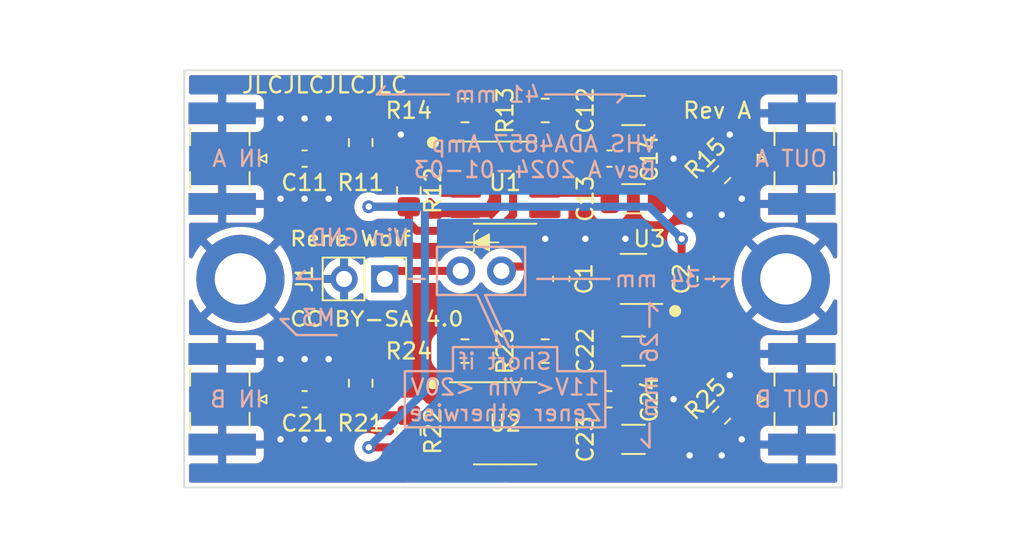
<source format=kicad_pcb>
(kicad_pcb (version 20221018) (generator pcbnew)
  (title_block (title "VHS ADA4857 Amp") (date "2024-01-03") (rev "A") (company "Rene Wolf") (comment 1 "CC BY-SA 4.0"))
  (layers (0 "F.Cu" signal) (31 "B.Cu" signal) (34 "B.Paste" user) (35 "F.Paste" user) (36 "B.SilkS" user "B.Silkscreen") (37 "F.SilkS" user "F.Silkscreen") (38 "B.Mask" user) (39 "F.Mask" user) (44 "Edge.Cuts" user))
  (net 0 "")
  (net 1 "GND")
  (net 2 "Net-(J11-In)")
  (net 3 "Net-(U1-+IN)")
  (net 4 "Net-(C12-Pad1)")
  (net 5 "Net-(C13-Pad1)")
  (net 6 "Net-(U1-OUT)")
  (net 7 "Net-(J21-In)")
  (net 8 "Net-(U2-+IN)")
  (net 9 "Net-(C22-Pad1)")
  (net 10 "Net-(C23-Pad1)")
  (net 11 "Net-(U2-OUT)")
  (net 12 "Net-(J1-Pin_1)")
  (net 13 "Net-(J12-In)")
  (net 14 "Net-(J22-In)")
  (net 15 "Net-(U1--IN)")
  (net 16 "Net-(U1-FB)")
  (net 17 "Net-(U2--IN)")
  (net 18 "Net-(U2-FB)")
  (net 21 "/vss")
  (net 22 "Net-(J2-Pin_2)")
  (footprint "Capacitor_SMD:C_0603_1608Metric" (layer "F.Cu") (at 110.5 90)
    (fp_text reference "C11" (at 0 1.5) (layer "F.SilkS"))
    (fp_text value "10uf")
    (fp_line (start -0.14058 -0.51) (end 0.14058 -0.51) (stroke (width 0.12)) (layer "F.SilkS"))
    (fp_line (start -0.14058 0.51) (end 0.14058 0.51) (stroke (width 0.12)) (layer "F.SilkS"))
    (pad "1" smd roundrect (at -0.775 0) (size 0.9 0.95) (layers "F.Cu" "F.Paste" "F.Mask") (net 2 "Net-(J11-In)"))
    (pad "2" smd roundrect (at 0.775 0) (size 0.9 0.95) (layers "F.Cu" "F.Paste" "F.Mask") (net 3 "Net-(U1-+IN)"))
  )
  (footprint "Package_TO_SOT_SMD:SOT-23-3" (layer "F.Cu") (at 131 97.5 180)
    (fp_text reference "U3" (at -1 2.5) (layer "F.SilkS"))
    (fp_text value "DS8604-A0S3")
    (fp_line (start 0 -1.56) (end -1.8 -1.56) (stroke (width 0.12)) (layer "F.SilkS"))
    (fp_line (start 0 -1.56) (end 0.8 -1.56) (stroke (width 0.12)) (layer "F.SilkS"))
    (fp_line (start 0 1.56) (end -0.8 1.56) (stroke (width 0.12)) (layer "F.SilkS"))
    (fp_line (start 0 1.56) (end 0.8 1.56) (stroke (width 0.12)) (layer "F.SilkS"))
    (pad "1" smd roundrect (at -1.1375 -0.95 180) (size 1.325 0.6) (layers "F.Cu" "F.Paste" "F.Mask") (net 1 "GND"))
    (pad "2" smd roundrect (at -1.1375 0.95 180) (size 1.325 0.6) (layers "F.Cu" "F.Paste" "F.Mask") (net 21 "/vss"))
    (pad "3" smd roundrect (at 1.1375 0 180) (size 1.325 0.6) (layers "F.Cu" "F.Paste" "F.Mask") (net 22 "Net-(J2-Pin_2)"))
  )
  (footprint "Resistor_SMD:R_0805_2012Metric_Pad1.20x1.40mm_HandSolder" (layer "F.Cu") (at 120.5 102 180)
    (fp_text reference "R24" (at 3.5 0 180) (layer "F.SilkS"))
    (fp_text value "50k")
    (fp_line (start -0.227064 -0.735) (end 0.227064 -0.735) (stroke (width 0.12)) (layer "F.SilkS"))
    (fp_line (start -0.227064 0.735) (end 0.227064 0.735) (stroke (width 0.12)) (layer "F.SilkS"))
    (pad "1" smd roundrect (at -1 0 180) (size 1.2 1.4) (layers "F.Cu" "F.Paste" "F.Mask") (roundrect_rratio 0.2083333333) (net 17 "Net-(U2--IN)"))
    (pad "2" smd roundrect (at 1 0 180) (size 1.2 1.4) (layers "F.Cu" "F.Paste" "F.Mask") (roundrect_rratio 0.2083333333) (net 18 "Net-(U2-FB)"))
  )
  (footprint "Resistor_SMD:R_0805_2012Metric_Pad1.20x1.40mm_HandSolder" (layer "F.Cu") (at 125.5 87 180)
    (fp_text reference "R13" (at 2.5 0 90) (layer "F.SilkS"))
    (fp_text value "50k")
    (fp_line (start -0.227064 -0.735) (end 0.227064 -0.735) (stroke (width 0.12)) (layer "F.SilkS"))
    (fp_line (start -0.227064 0.735) (end 0.227064 0.735) (stroke (width 0.12)) (layer "F.SilkS"))
    (pad "1" smd roundrect (at -1 0 180) (size 1.2 1.4) (layers "F.Cu" "F.Paste" "F.Mask") (roundrect_rratio 0.2083333333) (net 4 "Net-(C12-Pad1)"))
    (pad "2" smd roundrect (at 1 0 180) (size 1.2 1.4) (layers "F.Cu" "F.Paste" "F.Mask") (roundrect_rratio 0.2083333333) (net 15 "Net-(U1--IN)"))
  )
  (footprint "MountingHole:MountingHole_3.2mm_M3_ISO14580_Pad" (layer "F.Cu") (at 140.5 97.5)
    (fp_text reference "H2" hide)
    (fp_text value "MountingHole_Pad")
    (pad "1" thru_hole circle (at 0 0) (size 5.5 5.5) (drill 3.2) (layers "*.Cu" "*.Mask") (net 1 "GND"))
  )
  (footprint "Resistor_SMD:R_0805_2012Metric_Pad1.20x1.40mm_HandSolder" (layer "F.Cu") (at 125.5 102 180)
    (fp_text reference "R23" (at 2.5 0 90) (layer "F.SilkS"))
    (fp_text value "50k")
    (fp_line (start -0.227064 -0.735) (end 0.227064 -0.735) (stroke (width 0.12)) (layer "F.SilkS"))
    (fp_line (start -0.227064 0.735) (end 0.227064 0.735) (stroke (width 0.12)) (layer "F.SilkS"))
    (pad "1" smd roundrect (at -1 0 180) (size 1.2 1.4) (layers "F.Cu" "F.Paste" "F.Mask") (roundrect_rratio 0.2083333333) (net 9 "Net-(C22-Pad1)"))
    (pad "2" smd roundrect (at 1 0 180) (size 1.2 1.4) (layers "F.Cu" "F.Paste" "F.Mask") (roundrect_rratio 0.2083333333) (net 17 "Net-(U2--IN)"))
  )
  (footprint "Resistor_SMD:R_0805_2012Metric_Pad1.20x1.40mm_HandSolder" (layer "F.Cu") (at 117 92 90)
    (fp_text reference "R12" (at 0 1.5 270) (layer "F.SilkS"))
    (fp_text value "50k")
    (fp_line (start -0.227064 -0.735) (end 0.227064 -0.735) (stroke (width 0.12)) (layer "F.SilkS"))
    (fp_line (start -0.227064 0.735) (end 0.227064 0.735) (stroke (width 0.12)) (layer "F.SilkS"))
    (pad "1" smd roundrect (at -1 0 90) (size 1.2 1.4) (layers "F.Cu" "F.Paste" "F.Mask") (roundrect_rratio 0.2083333333) (net 21 "/vss"))
    (pad "2" smd roundrect (at 1 0 90) (size 1.2 1.4) (layers "F.Cu" "F.Paste" "F.Mask") (roundrect_rratio 0.2083333333) (net 3 "Net-(U1-+IN)"))
  )
  (footprint "Connector_PinHeader_2.54mm:PinHeader_1x02_P2.54mm_Vertical" (layer "F.Cu") (at 115.5 97.5 -90)
    (fp_text reference "J1" (at 0 5 -90) (layer "F.SilkS"))
    (fp_text value "Conn_01x02_Pin")
    (fp_line (start -1.33 -1.33) (end 0 -1.33) (stroke (width 0.12)) (layer "F.SilkS"))
    (fp_line (start -1.33 0) (end -1.33 -1.33) (stroke (width 0.12)) (layer "F.SilkS"))
    (fp_line (start -1.33 1.27) (end -1.33 3.87) (stroke (width 0.12)) (layer "F.SilkS"))
    (fp_line (start -1.33 1.27) (end 1.33 1.27) (stroke (width 0.12)) (layer "F.SilkS"))
    (fp_line (start -1.33 3.87) (end 1.33 3.87) (stroke (width 0.12)) (layer "F.SilkS"))
    (fp_line (start 1.33 1.27) (end 1.33 3.87) (stroke (width 0.12)) (layer "F.SilkS"))
    (pad "1" thru_hole rect (at 0 0 270) (size 1.7 1.7) (drill 1) (layers "*.Cu" "*.Mask") (net 12 "Net-(J1-Pin_1)"))
    (pad "2" thru_hole oval (at 0 2.54 270) (size 1.7 1.7) (drill 1) (layers "*.Cu" "*.Mask") (net 1 "GND"))
  )
  (footprint "Resistor_SMD:R_0603_1608Metric" (layer "F.Cu") (at 136.5 106 45)
    (fp_text reference "R25" (at 0 -1.43 45) (layer "F.SilkS"))
    (fp_text value "75")
    (fp_line (start -0.237258 -0.5225) (end 0.237258 -0.5225) (stroke (width 0.12)) (layer "F.SilkS"))
    (fp_line (start -0.237258 0.5225) (end 0.237258 0.5225) (stroke (width 0.12)) (layer "F.SilkS"))
    (pad "1" smd roundrect (at -0.825 0 45) (size 0.8 0.95) (layers "F.Cu" "F.Paste" "F.Mask") (net 10 "Net-(C23-Pad1)"))
    (pad "2" smd roundrect (at 0.825 0 45) (size 0.8 0.95) (layers "F.Cu" "F.Paste" "F.Mask") (net 14 "Net-(J22-In)"))
  )
  (footprint "Connector_Coaxial:SMA_Samtec_SMA-J-P-X-ST-EM1_EdgeMount" (layer "F.Cu") (at 141.5 105 90)
    (fp_text reference "J22" hide)
    (fp_text value "Conn_Coaxial")
    (fp_line (start -1.95 -1.71) (end -0.84 -1.71) (stroke (width 0.12)) (layer "F.SilkS"))
    (fp_line (start -1.95 2) (end -0.84 2) (stroke (width 0.12)) (layer "F.SilkS"))
    (fp_line (start -0.25 -2.76) (end 0 -2.26) (stroke (width 0.12)) (layer "F.SilkS"))
    (fp_line (start 0 -2.26) (end 0.25 -2.76) (stroke (width 0.12)) (layer "F.SilkS"))
    (fp_line (start 0.25 -2.76) (end -0.25 -2.76) (stroke (width 0.12)) (layer "F.SilkS"))
    (fp_line (start 0.84 -1.71) (end 1.95 -1.71) (stroke (width 0.12)) (layer "F.SilkS"))
    (fp_line (start 0.84 2) (end 1.95 2) (stroke (width 0.12)) (layer "F.SilkS"))
    (pad "1" smd rect (at 0 0.2 90) (size 1.27 3.6) (layers "F.Cu" "F.Paste" "F.Mask") (net 14 "Net-(J22-In)"))
    (pad "2" smd rect (at -2.825 0 90) (size 1.35 4.2) (layers "F.Cu" "F.Paste" "F.Mask") (net 1 "GND"))
    (pad "2" smd rect (at -2.825 0 90) (size 1.35 4.2) (layers "B.Cu" "B.Paste" "B.Mask") (net 1 "GND"))
    (pad "2" smd rect (at 2.825 0 90) (size 1.35 4.2) (layers "F.Cu" "F.Paste" "F.Mask") (net 1 "GND"))
    (pad "2" smd rect (at 2.825 0 90) (size 1.35 4.2) (layers "B.Cu" "B.Paste" "B.Mask") (net 1 "GND"))
  )
  (footprint "Package_SO:SOIC-8_3.9x4.9mm_P1.27mm" (layer "F.Cu") (at 123 106.5)
    (fp_text reference "U2" (at 0 0) (layer "F.SilkS"))
    (fp_text value "ADA4857-1YRZ")
    (fp_line (start 0 -2.56) (end -3.45 -2.56) (stroke (width 0.12)) (layer "F.SilkS"))
    (fp_line (start 0 -2.56) (end 1.95 -2.56) (stroke (width 0.12)) (layer "F.SilkS"))
    (fp_line (start 0 2.56) (end -1.95 2.56) (stroke (width 0.12)) (layer "F.SilkS"))
    (fp_line (start 0 2.56) (end 1.95 2.56) (stroke (width 0.12)) (layer "F.SilkS"))
    (pad "1" smd roundrect (at -2.475 -1.905) (size 1.95 0.6) (layers "F.Cu" "F.Paste" "F.Mask") (net 18 "Net-(U2-FB)"))
    (pad "2" smd roundrect (at -2.475 -0.635) (size 1.95 0.6) (layers "F.Cu" "F.Paste" "F.Mask") (net 17 "Net-(U2--IN)"))
    (pad "3" smd roundrect (at -2.475 0.635) (size 1.95 0.6) (layers "F.Cu" "F.Paste" "F.Mask") (net 8 "Net-(U2-+IN)"))
    (pad "4" smd roundrect (at -2.475 1.905) (size 1.95 0.6) (layers "F.Cu" "F.Paste" "F.Mask") (net 1 "GND"))
    (pad "5" smd roundrect (at 2.475 1.905) (size 1.95 0.6) (layers "F.Cu" "F.Paste" "F.Mask"))
    (pad "6" smd roundrect (at 2.475 0.635) (size 1.95 0.6) (layers "F.Cu" "F.Paste" "F.Mask") (net 11 "Net-(U2-OUT)"))
    (pad "7" smd roundrect (at 2.475 -0.635) (size 1.95 0.6) (layers "F.Cu" "F.Paste" "F.Mask") (net 21 "/vss"))
    (pad "8" smd roundrect (at 2.475 -1.905) (size 1.95 0.6) (layers "F.Cu" "F.Paste" "F.Mask") (net 1 "GND"))
  )
  (footprint "custom:zener_THT_P2.54mm" (layer "F.Cu") (at 121.5 97)
    (fp_text reference "J2" hide)
    (fp_text value "Conn_01x02_Pin")
    (fp_line (start -0.94488 -1.778) (end 1.08712 -1.778) (stroke (width 0.1)) (layer "F.SilkS"))
    (fp_line (start -0.43688 -2.286) (end -0.18288 -2.54) (stroke (width 0.1)) (layer "F.SilkS"))
    (fp_line (start -0.43688 -1.27) (end -0.69088 -1.016) (stroke (width 0.1)) (layer "F.SilkS"))
    (fp_line (start -0.43688 -1.27) (end -0.43688 -2.286) (stroke (width 0.1)) (layer "F.SilkS"))
    (fp_poly (pts (xy 0.508 -2.286) (xy -0.43688 -1.778) (xy 0.508 -1.27)) (stroke (width 0.1)) (fill solid) (layer "F.SilkS"))
    (pad "1" thru_hole circle (at -1.27 0) (size 1.8 1.8) (drill 1) (layers "*.Cu" "*.Mask") (net 12 "Net-(J1-Pin_1)"))
    (pad "2" thru_hole circle (at 1.27 0) (size 1.8 1.8) (drill 1) (layers "*.Cu" "*.Mask") (net 22 "Net-(J2-Pin_2)"))
  )
  (footprint "Resistor_SMD:R_0805_2012Metric_Pad1.20x1.40mm_HandSolder" (layer "F.Cu") (at 117 107 90)
    (fp_text reference "R22" (at 0 1.5 270) (layer "F.SilkS"))
    (fp_text value "50k")
    (fp_line (start -0.227064 -0.735) (end 0.227064 -0.735) (stroke (width 0.12)) (layer "F.SilkS"))
    (fp_line (start -0.227064 0.735) (end 0.227064 0.735) (stroke (width 0.12)) (layer "F.SilkS"))
    (pad "1" smd roundrect (at -1 0 90) (size 1.2 1.4) (layers "F.Cu" "F.Paste" "F.Mask") (roundrect_rratio 0.2083333333) (net 21 "/vss"))
    (pad "2" smd roundrect (at 1 0 90) (size 1.2 1.4) (layers "F.Cu" "F.Paste" "F.Mask") (roundrect_rratio 0.2083333333) (net 8 "Net-(U2-+IN)"))
  )
  (footprint "Capacitor_SMD:C_1206_3216Metric" (layer "F.Cu") (at 131 102)
    (fp_text reference "C22" (at -3 0 90) (layer "F.SilkS"))
    (fp_text value "47uf")
    (fp_line (start -0.711252 -0.91) (end 0.711252 -0.91) (stroke (width 0.12)) (layer "F.SilkS"))
    (fp_line (start -0.711252 0.91) (end 0.711252 0.91) (stroke (width 0.12)) (layer "F.SilkS"))
    (pad "1" smd roundrect (at -1.475 0) (size 1.15 1.8) (layers "F.Cu" "F.Paste" "F.Mask") (roundrect_rratio 0.2173913043) (net 9 "Net-(C22-Pad1)"))
    (pad "2" smd roundrect (at 1.475 0) (size 1.15 1.8) (layers "F.Cu" "F.Paste" "F.Mask") (roundrect_rratio 0.2173913043) (net 1 "GND"))
  )
  (footprint "Resistor_SMD:R_0805_2012Metric_Pad1.20x1.40mm_HandSolder" (layer "F.Cu") (at 114 104 90)
    (fp_text reference "R21" (at -2.5 0 180) (layer "F.SilkS"))
    (fp_text value "50k")
    (fp_line (start -0.227064 -0.735) (end 0.227064 -0.735) (stroke (width 0.12)) (layer "F.SilkS"))
    (fp_line (start -0.227064 0.735) (end 0.227064 0.735) (stroke (width 0.12)) (layer "F.SilkS"))
    (pad "1" smd roundrect (at -1 0 90) (size 1.2 1.4) (layers "F.Cu" "F.Paste" "F.Mask") (roundrect_rratio 0.2083333333) (net 8 "Net-(U2-+IN)"))
    (pad "2" smd roundrect (at 1 0 90) (size 1.2 1.4) (layers "F.Cu" "F.Paste" "F.Mask") (roundrect_rratio 0.2083333333) (net 1 "GND"))
  )
  (footprint "Capacitor_SMD:C_1206_3216Metric" (layer "F.Cu") (at 131 87)
    (fp_text reference "C12" (at -3 0 90) (layer "F.SilkS"))
    (fp_text value "47uf")
    (fp_line (start -0.711252 -0.91) (end 0.711252 -0.91) (stroke (width 0.12)) (layer "F.SilkS"))
    (fp_line (start -0.711252 0.91) (end 0.711252 0.91) (stroke (width 0.12)) (layer "F.SilkS"))
    (pad "1" smd roundrect (at -1.475 0) (size 1.15 1.8) (layers "F.Cu" "F.Paste" "F.Mask") (roundrect_rratio 0.2173913043) (net 4 "Net-(C12-Pad1)"))
    (pad "2" smd roundrect (at 1.475 0) (size 1.15 1.8) (layers "F.Cu" "F.Paste" "F.Mask") (roundrect_rratio 0.2173913043) (net 1 "GND"))
  )
  (footprint "Resistor_SMD:R_0603_1608Metric" (layer "F.Cu") (at 136.5 91 45)
    (fp_text reference "R15" (at 0 -1.43 45) (layer "F.SilkS"))
    (fp_text value "75")
    (fp_line (start -0.237258 -0.5225) (end 0.237258 -0.5225) (stroke (width 0.12)) (layer "F.SilkS"))
    (fp_line (start -0.237258 0.5225) (end 0.237258 0.5225) (stroke (width 0.12)) (layer "F.SilkS"))
    (pad "1" smd roundrect (at -0.825 0 45) (size 0.8 0.95) (layers "F.Cu" "F.Paste" "F.Mask") (net 5 "Net-(C13-Pad1)"))
    (pad "2" smd roundrect (at 0.825 0 45) (size 0.8 0.95) (layers "F.Cu" "F.Paste" "F.Mask") (net 13 "Net-(J12-In)"))
  )
  (footprint "Package_SO:SOIC-8_3.9x4.9mm_P1.27mm" (layer "F.Cu") (at 123 91.5)
    (fp_text reference "U1" (at 0 0) (layer "F.SilkS"))
    (fp_text value "ADA4857-1YRZ")
    (fp_line (start 0 -2.56) (end -3.45 -2.56) (stroke (width 0.12)) (layer "F.SilkS"))
    (fp_line (start 0 -2.56) (end 1.95 -2.56) (stroke (width 0.12)) (layer "F.SilkS"))
    (fp_line (start 0 2.56) (end -1.95 2.56) (stroke (width 0.12)) (layer "F.SilkS"))
    (fp_line (start 0 2.56) (end 1.95 2.56) (stroke (width 0.12)) (layer "F.SilkS"))
    (pad "1" smd roundrect (at -2.475 -1.905) (size 1.95 0.6) (layers "F.Cu" "F.Paste" "F.Mask") (net 16 "Net-(U1-FB)"))
    (pad "2" smd roundrect (at -2.475 -0.635) (size 1.95 0.6) (layers "F.Cu" "F.Paste" "F.Mask") (net 15 "Net-(U1--IN)"))
    (pad "3" smd roundrect (at -2.475 0.635) (size 1.95 0.6) (layers "F.Cu" "F.Paste" "F.Mask") (net 3 "Net-(U1-+IN)"))
    (pad "4" smd roundrect (at -2.475 1.905) (size 1.95 0.6) (layers "F.Cu" "F.Paste" "F.Mask") (net 1 "GND"))
    (pad "5" smd roundrect (at 2.475 1.905) (size 1.95 0.6) (layers "F.Cu" "F.Paste" "F.Mask"))
    (pad "6" smd roundrect (at 2.475 0.635) (size 1.95 0.6) (layers "F.Cu" "F.Paste" "F.Mask") (net 6 "Net-(U1-OUT)"))
    (pad "7" smd roundrect (at 2.475 -0.635) (size 1.95 0.6) (layers "F.Cu" "F.Paste" "F.Mask") (net 21 "/vss"))
    (pad "8" smd roundrect (at 2.475 -1.905) (size 1.95 0.6) (layers "F.Cu" "F.Paste" "F.Mask") (net 1 "GND"))
  )
  (footprint "Capacitor_SMD:C_0603_1608Metric" (layer "F.Cu") (at 129.5 90)
    (fp_text reference "C14" (at 2.5 0 90) (layer "F.SilkS"))
    (fp_text value "100nf")
    (fp_line (start -0.14058 -0.51) (end 0.14058 -0.51) (stroke (width 0.12)) (layer "F.SilkS"))
    (fp_line (start -0.14058 0.51) (end 0.14058 0.51) (stroke (width 0.12)) (layer "F.SilkS"))
    (pad "1" smd roundrect (at -0.775 0) (size 0.9 0.95) (layers "F.Cu" "F.Paste" "F.Mask") (net 21 "/vss"))
    (pad "2" smd roundrect (at 0.775 0) (size 0.9 0.95) (layers "F.Cu" "F.Paste" "F.Mask") (net 1 "GND"))
  )
  (footprint "Connector_Coaxial:SMA_Samtec_SMA-J-P-X-ST-EM1_EdgeMount" (layer "F.Cu") (at 105.3625 105 -90)
    (fp_text reference "J21" hide)
    (fp_text value "Conn_Coaxial")
    (fp_line (start -1.95 -1.71) (end -0.84 -1.71) (stroke (width 0.12)) (layer "F.SilkS"))
    (fp_line (start -1.95 2) (end -0.84 2) (stroke (width 0.12)) (layer "F.SilkS"))
    (fp_line (start -0.25 -2.76) (end 0 -2.26) (stroke (width 0.12)) (layer "F.SilkS"))
    (fp_line (start 0 -2.26) (end 0.25 -2.76) (stroke (width 0.12)) (layer "F.SilkS"))
    (fp_line (start 0.25 -2.76) (end -0.25 -2.76) (stroke (width 0.12)) (layer "F.SilkS"))
    (fp_line (start 0.84 -1.71) (end 1.95 -1.71) (stroke (width 0.12)) (layer "F.SilkS"))
    (fp_line (start 0.84 2) (end 1.95 2) (stroke (width 0.12)) (layer "F.SilkS"))
    (pad "1" smd rect (at 0 0.2 270) (size 1.27 3.6) (layers "F.Cu" "F.Paste" "F.Mask") (net 7 "Net-(J21-In)"))
    (pad "2" smd rect (at -2.825 0 270) (size 1.35 4.2) (layers "F.Cu" "F.Paste" "F.Mask") (net 1 "GND"))
    (pad "2" smd rect (at -2.825 0 270) (size 1.35 4.2) (layers "B.Cu" "B.Paste" "B.Mask") (net 1 "GND"))
    (pad "2" smd rect (at 2.825 0 270) (size 1.35 4.2) (layers "F.Cu" "F.Paste" "F.Mask") (net 1 "GND"))
    (pad "2" smd rect (at 2.825 0 270) (size 1.35 4.2) (layers "B.Cu" "B.Paste" "B.Mask") (net 1 "GND"))
  )
  (footprint "Connector_Coaxial:SMA_Samtec_SMA-J-P-X-ST-EM1_EdgeMount" (layer "F.Cu") (at 105.3625 90 -90)
    (fp_text reference "J11" hide)
    (fp_text value "Conn_Coaxial")
    (fp_line (start -1.95 -1.71) (end -0.84 -1.71) (stroke (width 0.12)) (layer "F.SilkS"))
    (fp_line (start -1.95 2) (end -0.84 2) (stroke (width 0.12)) (layer "F.SilkS"))
    (fp_line (start -0.25 -2.76) (end 0 -2.26) (stroke (width 0.12)) (layer "F.SilkS"))
    (fp_line (start 0 -2.26) (end 0.25 -2.76) (stroke (width 0.12)) (layer "F.SilkS"))
    (fp_line (start 0.25 -2.76) (end -0.25 -2.76) (stroke (width 0.12)) (layer "F.SilkS"))
    (fp_line (start 0.84 -1.71) (end 1.95 -1.71) (stroke (width 0.12)) (layer "F.SilkS"))
    (fp_line (start 0.84 2) (end 1.95 2) (stroke (width 0.12)) (layer "F.SilkS"))
    (pad "1" smd rect (at 0 0.2 270) (size 1.27 3.6) (layers "F.Cu" "F.Paste" "F.Mask") (net 2 "Net-(J11-In)"))
    (pad "2" smd rect (at -2.825 0 270) (size 1.35 4.2) (layers "F.Cu" "F.Paste" "F.Mask") (net 1 "GND"))
    (pad "2" smd rect (at -2.825 0 270) (size 1.35 4.2) (layers "B.Cu" "B.Paste" "B.Mask") (net 1 "GND"))
    (pad "2" smd rect (at 2.825 0 270) (size 1.35 4.2) (layers "F.Cu" "F.Paste" "F.Mask") (net 1 "GND"))
    (pad "2" smd rect (at 2.825 0 270) (size 1.35 4.2) (layers "B.Cu" "B.Paste" "B.Mask") (net 1 "GND"))
  )
  (footprint "Capacitor_SMD:C_1206_3216Metric" (layer "F.Cu") (at 131 92.5 180)
    (fp_text reference "C13" (at 3 0 90) (layer "F.SilkS"))
    (fp_text value "47uf")
    (fp_line (start -0.711252 -0.91) (end 0.711252 -0.91) (stroke (width 0.12)) (layer "F.SilkS"))
    (fp_line (start -0.711252 0.91) (end 0.711252 0.91) (stroke (width 0.12)) (layer "F.SilkS"))
    (pad "1" smd roundrect (at -1.475 0 180) (size 1.15 1.8) (layers "F.Cu" "F.Paste" "F.Mask") (roundrect_rratio 0.2173913043) (net 5 "Net-(C13-Pad1)"))
    (pad "2" smd roundrect (at 1.475 0 180) (size 1.15 1.8) (layers "F.Cu" "F.Paste" "F.Mask") (roundrect_rratio 0.2173913043) (net 6 "Net-(U1-OUT)"))
  )
  (footprint "Capacitor_SMD:C_0603_1608Metric" (layer "F.Cu") (at 110.5 105)
    (fp_text reference "C21" (at 0 1.5) (layer "F.SilkS"))
    (fp_text value "10uf")
    (fp_line (start -0.14058 -0.51) (end 0.14058 -0.51) (stroke (width 0.12)) (layer "F.SilkS"))
    (fp_line (start -0.14058 0.51) (end 0.14058 0.51) (stroke (width 0.12)) (layer "F.SilkS"))
    (pad "1" smd roundrect (at -0.775 0) (size 0.9 0.95) (layers "F.Cu" "F.Paste" "F.Mask") (net 7 "Net-(J21-In)"))
    (pad "2" smd roundrect (at 0.775 0) (size 0.9 0.95) (layers "F.Cu" "F.Paste" "F.Mask") (net 8 "Net-(U2-+IN)"))
  )
  (footprint "Resistor_SMD:R_0805_2012Metric_Pad1.20x1.40mm_HandSolder" (layer "F.Cu") (at 120.5 87 180)
    (fp_text reference "R14" (at 3.5 0 180) (layer "F.SilkS"))
    (fp_text value "50k")
    (fp_line (start -0.227064 -0.735) (end 0.227064 -0.735) (stroke (width 0.12)) (layer "F.SilkS"))
    (fp_line (start -0.227064 0.735) (end 0.227064 0.735) (stroke (width 0.12)) (layer "F.SilkS"))
    (pad "1" smd roundrect (at -1 0 180) (size 1.2 1.4) (layers "F.Cu" "F.Paste" "F.Mask") (roundrect_rratio 0.2083333333) (net 15 "Net-(U1--IN)"))
    (pad "2" smd roundrect (at 1 0 180) (size 1.2 1.4) (layers "F.Cu" "F.Paste" "F.Mask") (roundrect_rratio 0.2083333333) (net 16 "Net-(U1-FB)"))
  )
  (footprint "Capacitor_SMD:C_0603_1608Metric" (layer "F.Cu") (at 126.5 97.5 -90)
    (fp_text reference "C1" (at 0 -1.43 90) (layer "F.SilkS"))
    (fp_text value "10uf")
    (fp_line (start -0.14058 -0.51) (end 0.14058 -0.51) (stroke (width 0.12)) (layer "F.SilkS"))
    (fp_line (start -0.14058 0.51) (end 0.14058 0.51) (stroke (width 0.12)) (layer "F.SilkS"))
    (pad "1" smd roundrect (at -0.775 0 270) (size 0.9 0.95) (layers "F.Cu" "F.Paste" "F.Mask") (net 22 "Net-(J2-Pin_2)"))
    (pad "2" smd roundrect (at 0.775 0 270) (size 0.9 0.95) (layers "F.Cu" "F.Paste" "F.Mask") (net 1 "GND"))
  )
  (footprint "Capacitor_SMD:C_0603_1608Metric" (layer "F.Cu") (at 135.5 97.5 -90)
    (fp_text reference "C2" (at 0 1.5 90) (layer "F.SilkS"))
    (fp_text value "10uf")
    (fp_line (start -0.14058 -0.51) (end 0.14058 -0.51) (stroke (width 0.12)) (layer "F.SilkS"))
    (fp_line (start -0.14058 0.51) (end 0.14058 0.51) (stroke (width 0.12)) (layer "F.SilkS"))
    (pad "1" smd roundrect (at -0.775 0 270) (size 0.9 0.95) (layers "F.Cu" "F.Paste" "F.Mask") (net 21 "/vss"))
    (pad "2" smd roundrect (at 0.775 0 270) (size 0.9 0.95) (layers "F.Cu" "F.Paste" "F.Mask") (net 1 "GND"))
  )
  (footprint "Capacitor_SMD:C_1206_3216Metric" (layer "F.Cu") (at 131 107.5 180)
    (fp_text reference "C23" (at 3 0 90) (layer "F.SilkS"))
    (fp_text value "47uf")
    (fp_line (start -0.711252 -0.91) (end 0.711252 -0.91) (stroke (width 0.12)) (layer "F.SilkS"))
    (fp_line (start -0.711252 0.91) (end 0.711252 0.91) (stroke (width 0.12)) (layer "F.SilkS"))
    (pad "1" smd roundrect (at -1.475 0 180) (size 1.15 1.8) (layers "F.Cu" "F.Paste" "F.Mask") (roundrect_rratio 0.2173913043) (net 10 "Net-(C23-Pad1)"))
    (pad "2" smd roundrect (at 1.475 0 180) (size 1.15 1.8) (layers "F.Cu" "F.Paste" "F.Mask") (roundrect_rratio 0.2173913043) (net 11 "Net-(U2-OUT)"))
  )
  (footprint "Connector_Coaxial:SMA_Samtec_SMA-J-P-X-ST-EM1_EdgeMount" (layer "F.Cu") (at 141.5 90 90)
    (fp_text reference "J12" hide)
    (fp_text value "Conn_Coaxial")
    (fp_line (start -1.95 -1.71) (end -0.84 -1.71) (stroke (width 0.12)) (layer "F.SilkS"))
    (fp_line (start -1.95 2) (end -0.84 2) (stroke (width 0.12)) (layer "F.SilkS"))
    (fp_line (start -0.25 -2.76) (end 0 -2.26) (stroke (width 0.12)) (layer "F.SilkS"))
    (fp_line (start 0 -2.26) (end 0.25 -2.76) (stroke (width 0.12)) (layer "F.SilkS"))
    (fp_line (start 0.25 -2.76) (end -0.25 -2.76) (stroke (width 0.12)) (layer "F.SilkS"))
    (fp_line (start 0.84 -1.71) (end 1.95 -1.71) (stroke (width 0.12)) (layer "F.SilkS"))
    (fp_line (start 0.84 2) (end 1.95 2) (stroke (width 0.12)) (layer "F.SilkS"))
    (pad "1" smd rect (at 0 0.2 90) (size 1.27 3.6) (layers "F.Cu" "F.Paste" "F.Mask") (net 13 "Net-(J12-In)"))
    (pad "2" smd rect (at -2.825 0 90) (size 1.35 4.2) (layers "F.Cu" "F.Paste" "F.Mask") (net 1 "GND"))
    (pad "2" smd rect (at -2.825 0 90) (size 1.35 4.2) (layers "B.Cu" "B.Paste" "B.Mask") (net 1 "GND"))
    (pad "2" smd rect (at 2.825 0 90) (size 1.35 4.2) (layers "F.Cu" "F.Paste" "F.Mask") (net 1 "GND"))
    (pad "2" smd rect (at 2.825 0 90) (size 1.35 4.2) (layers "B.Cu" "B.Paste" "B.Mask") (net 1 "GND"))
  )
  (footprint "Resistor_SMD:R_0805_2012Metric_Pad1.20x1.40mm_HandSolder" (layer "F.Cu") (at 114 89 90)
    (fp_text reference "R11" (at -2.5 0 180) (layer "F.SilkS"))
    (fp_text value "50k")
    (fp_line (start -0.227064 -0.735) (end 0.227064 -0.735) (stroke (width 0.12)) (layer "F.SilkS"))
    (fp_line (start -0.227064 0.735) (end 0.227064 0.735) (stroke (width 0.12)) (layer "F.SilkS"))
    (pad "1" smd roundrect (at -1 0 90) (size 1.2 1.4) (layers "F.Cu" "F.Paste" "F.Mask") (roundrect_rratio 0.2083333333) (net 3 "Net-(U1-+IN)"))
    (pad "2" smd roundrect (at 1 0 90) (size 1.2 1.4) (layers "F.Cu" "F.Paste" "F.Mask") (roundrect_rratio 0.2083333333) (net 1 "GND"))
  )
  (footprint "MountingHole:MountingHole_3.2mm_M3_ISO14580_Pad" (layer "F.Cu") (at 106.5 97.5)
    (fp_text reference "H1" hide)
    (fp_text value "MountingHole_Pad")
    (pad "1" thru_hole circle (at 0 0) (size 5.5 5.5) (drill 3.2) (layers "*.Cu" "*.Mask") (net 1 "GND"))
  )
  (footprint "Capacitor_SMD:C_0603_1608Metric" (layer "F.Cu") (at 129.5 105)
    (fp_text reference "C24" (at 2.5 0 -90) (layer "F.SilkS"))
    (fp_text value "100nf")
    (fp_line (start -0.14058 -0.51) (end 0.14058 -0.51) (stroke (width 0.12)) (layer "F.SilkS"))
    (fp_line (start -0.14058 0.51) (end 0.14058 0.51) (stroke (width 0.12)) (layer "F.SilkS"))
    (pad "1" smd roundrect (at -0.775 0) (size 0.9 0.95) (layers "F.Cu" "F.Paste" "F.Mask") (net 21 "/vss"))
    (pad "2" smd roundrect (at 0.775 0) (size 0.9 0.95) (layers "F.Cu" "F.Paste" "F.Mask") (net 1 "GND"))
  )
  (gr_line (start 115 86) (end 119.5 86) (stroke (width 0.15)) (layer "B.SilkS"))
  (gr_line (start 132 108) (end 132 106.5) (stroke (width 0.15)) (layer "B.SilkS"))
  (gr_line (start 132 100.5) (end 132 99) (stroke (width 0.15)) (layer "B.SilkS"))
  (gr_line (start 129.5 97.5) (end 125 97.5) (stroke (width 0.15)) (layer "B.SilkS"))
  (gr_line (start 110 97.5) (end 111.5 97.5) (stroke (width 0.15)) (layer "B.SilkS"))
  (gr_line (start 110 97.5) (end 110.5 97) (stroke (width 0.15)) (layer "B.SilkS"))
  (gr_line (start 109 100) (end 110 101) (stroke (width 0.15)) (layer "B.SilkS"))
  (gr_line (start 130.5 86) (end 130 86.5) (stroke (width 0.15)) (layer "B.SilkS"))
  (gr_line (start 118 97.5) (end 117 97.5) (stroke (width 0.15)) (layer "B.SilkS"))
  (gr_line (start 125.5 86) (end 130.5 86) (stroke (width 0.15)) (layer "B.SilkS"))
  (gr_line (start 109.5 100) (end 109 100) (stroke (width 0.15)) (layer "B.SilkS"))
  (gr_line (start 137 97.5) (end 135.5 97.5) (stroke (width 0.15)) (layer "B.SilkS"))
  (gr_poly (pts (xy 116.75 106.75) (xy 129.25 106.75) (xy 129.25 103.25) (xy 126.25 103.25) (xy 126.25 101.75) (xy 123.25 101.75) (xy 121.75 98.5) (xy 124.25 98.5) (xy 124.25 95.5) (xy 118.75 95.5) (xy 118.75 98.5) (xy 121.25 98.5) (xy 122.75 101.75) (xy 119.75 101.75) (xy 119.75 103.25) (xy 116.75 103.25)) (stroke (width 0.15)) (fill none) (layer "B.SilkS"))
  (gr_line (start 132 108) (end 131.5 107.499999) (stroke (width 0.15)) (layer "B.SilkS"))
  (gr_line (start 115 86) (end 115.5 85.5) (stroke (width 0.15)) (layer "B.SilkS"))
  (gr_line (start 137 97.5) (end 136.5 98) (stroke (width 0.15)) (layer "B.SilkS"))
  (gr_line (start 110 101) (end 112.5 101) (stroke (width 0.15)) (layer "B.SilkS"))
  (gr_line (start 132 99) (end 132.5 99.5) (stroke (width 0.15)) (layer "B.SilkS"))
  (gr_circle (center 133.6 99.5) (end 133.9 99.5) (stroke (width 0.15)) (fill solid) (layer "F.SilkS"))
  (gr_circle (center 118.5 104) (end 118.8 104) (stroke (width 0.15)) (fill solid) (layer "F.SilkS"))
  (gr_circle (center 118.5 89) (end 118.8 89) (stroke (width 0.15)) (fill solid) (layer "F.SilkS"))
  (gr_rect (start 103 84.5) (end 144 110.5) (stroke (width 0.1)) (fill none) (layer "Edge.Cuts"))
  (gr_text "34 mm" (at 132.5 97.5) (layer "B.SilkS") (effects (font (size 1 1)) (justify mirror)))
  (gr_text "OUT A" (at 138.5 90) (layer "B.SilkS") (effects (font (size 1 1)) (justify right mirror)))
  (gr_text "IN B" (at 108 105) (layer "B.SilkS") (effects (font (size 1 1)) (justify left mirror)))
  (gr_text "IN A" (at 108 90) (layer "B.SilkS") (effects (font (size 1 1)) (justify left mirror)))
  (gr_text "M3" (at 112.5 100.5) (layer "B.SilkS") (effects (font (size 1 1)) (justify left bottom mirror)))
  (gr_text "Short if\n11V< Vin <20V\nZener otherwise" (at 123 104.25) (layer "B.SilkS") (effects (font (size 1 1)) (justify mirror)))
  (gr_text "Vin GND" (at 117 95.5) (layer "B.SilkS") (effects (font (size 1 1)) (justify left bottom mirror)))
  (gr_text "26 mm" (at 132 103.5 90) (layer "B.SilkS") (effects (font (size 1 1)) (justify mirror)))
  (gr_text "41 mm" (at 122.5 86) (layer "B.SilkS") (effects (font (size 1 1)) (justify mirror)))
  (gr_text "OUT B" (at 138.5 105) (layer "B.SilkS") (effects (font (size 1 1)) (justify right mirror)))
  (gr_text "${TITLE}\nRev ${REVISION} ${ISSUE_DATE}" (at 132.5 88.5) (layer "B.SilkS") (effects (font (size 1 1)) (justify left top mirror)))
  (gr_text "${COMMENT1}" (at 109.5 100) (layer "F.SilkS") (effects (font (size 0.9 1)) (justify left)))
  (gr_text "Rev ${REVISION}" (at 134 87) (layer "F.SilkS") (effects (font (size 1 1)) (justify left)))
  (gr_text "${COMPANY}" (at 109.5 95) (layer "F.SilkS") (effects (font (size 0.9 1)) (justify left)))
  (gr_text "JLCJLCJLCJLC" (at 106.5 86) (layer "F.SilkS") (effects (font (size 1 1)) (justify left bottom)))
  (segment (start 120.525 108.405) (end 122.095 108.405) (width 0.5) (layer "F.Cu") (net 1))
  (segment (start 122.5 108) (end 122.5 106.5) (width 0.5) (layer "F.Cu") (net 1))
  (segment (start 122.095 108.405) (end 122.5 108) (width 0.5) (layer "F.Cu") (net 1))
  (segment (start 124.405 89.595) (end 125.475 89.595) (width 0.5) (layer "F.Cu") (net 1))
  (segment (start 124.405 104.595) (end 125.475 104.595) (width 0.5) (layer "F.Cu") (net 1))
  (segment (start 122.5 106.5) (end 124.405 104.595) (width 0.5) (layer "F.Cu") (net 1))
  (segment (start 122.5 93) (end 122.5 91.5) (width 0.5) (layer "F.Cu") (net 1))
  (segment (start 122.095 93.405) (end 122.5 93) (width 0.5) (layer "F.Cu") (net 1))
  (segment (start 122.5 91.5) (end 124.405 89.595) (width 0.5) (layer "F.Cu") (net 1))
  (segment (start 120.525 93.405) (end 122.095 93.405) (width 0.5) (layer "F.Cu") (net 1))
  (via (at 134.5 93.5) (size 0.8) (drill 0.4) (layers "F.Cu" "B.Cu") (net 1))
  (via (at 137.75 92.5) (size 0.8) (drill 0.4) (layers "F.Cu" "B.Cu") (net 1))
  (via (at 136.5 108.5) (size 0.8) (drill 0.4) (layers "F.Cu" "B.Cu") (net 1))
  (via (at 133.5 105) (size 0.8) (drill 0.4) (layers "F.Cu" "B.Cu") (net 1))
  (via (at 128 95) (size 0.8) (drill 0.4) (layers "F.Cu" "B.Cu") (net 1))
  (via (at 109 92.5) (size 0.8) (drill 0.4) (layers "F.Cu" "B.Cu") (net 1))
  (via (at 109 107.5) (size 0.8) (drill 0.4) (layers "F.Cu" "B.Cu") (net 1))
  (via (at 112 92.5) (size 0.8) (drill 0.4) (layers "F.Cu" "B.Cu") (net 1))
  (via (at 137.75 107.5) (size 0.8) (drill 0.4) (layers "F.Cu" "B.Cu") (net 1))
  (via (at 125.5 95) (size 0.8) (drill 0.4) (layers "F.Cu" "B.Cu") (net 1))
  (via (at 112 102.5) (size 0.8) (drill 0.4) (layers "F.Cu" "B.Cu") (net 1))
  (via (at 116.5 88.5) (size 0.8) (drill 0.4) (layers "F.Cu" "B.Cu") (net 1))
  (via (at 137 88.5) (size 0.8) (drill 0.4) (layers "F.Cu" "B.Cu") (net 1))
  (via (at 134.5 108.5) (size 0.8) (drill 0.4) (layers "F.Cu" "B.Cu") (net 1))
  (via (at 110.5 87.5) (size 0.8) (drill 0.4) (layers "F.Cu" "B.Cu") (net 1))
  (via (at 130.5 95) (size 0.8) (drill 0.4) (layers "F.Cu" "B.Cu") (net 1))
  (via (at 112 87.5) (size 0.8) (drill 0.4) (layers "F.Cu" "B.Cu") (net 1))
  (via (at 109 87.5) (size 0.8) (drill 0.4) (layers "F.Cu" "B.Cu") (net 1))
  (via (at 133.5 90) (size 0.8) (drill 0.4) (layers "F.Cu" "B.Cu") (net 1))
  (via (at 112 107.5) (size 0.8) (drill 0.4) (layers "F.Cu" "B.Cu") (net 1))
  (via (at 110.5 92.5) (size 0.8) (drill 0.4) (layers "F.Cu" "B.Cu") (net 1))
  (via (at 137 103.5) (size 0.8) (drill 0.4) (layers "F.Cu" "B.Cu") (net 1))
  (via (at 110.5 107.5) (size 0.8) (drill 0.4) (layers "F.Cu" "B.Cu") (net 1))
  (via (at 109 102.5) (size 0.8) (drill 0.4) (layers "F.Cu" "B.Cu") (net 1))
  (via (at 110.5 102.5) (size 0.8) (drill 0.4) (layers "F.Cu" "B.Cu") (net 1))
  (via (at 136.5 93.5) (size 0.8) (drill 0.4) (layers "F.Cu" "B.Cu") (net 1))
  (segment (start 105.1625 90) (end 109.725 90) (width 0.5) (layer "F.Cu") (net 2))
  (segment (start 118 91) (end 117 91) (width 0.5) (layer "F.Cu") (net 3))
  (segment (start 111.275 90) (end 114 90) (width 0.5) (layer "F.Cu") (net 3))
  (segment (start 117 91) (end 115 91) (width 0.5) (layer "F.Cu") (net 3))
  (segment (start 115 91) (end 114 90) (width 0.5) (layer "F.Cu") (net 3))
  (segment (start 119.135 92.135) (end 118 91) (width 0.5) (layer "F.Cu") (net 3))
  (segment (start 120.525 92.135) (end 119.135 92.135) (width 0.5) (layer "F.Cu") (net 3))
  (segment (start 126.5 87) (end 129.525 87) (width 0.5) (layer "F.Cu") (net 4))
  (segment (start 135.675 91.825) (end 133.15 91.825) (width 0.5) (layer "F.Cu") (net 5))
  (segment (start 133.15 91.825) (end 132.475 92.5) (width 0.5) (layer "F.Cu") (net 5))
  (segment (start 135.916637 91.583363) (end 135.675 91.825) (width 0.5) (layer "F.Cu") (net 5))
  (segment (start 125.475 92.135) (end 129.16 92.135) (width 0.5) (layer "F.Cu") (net 6))
  (segment (start 129.16 92.135) (end 129.525 92.5) (width 0.5) (layer "F.Cu") (net 6))
  (segment (start 129.39 92.135) (end 129.525 92) (width 0.5) (layer "F.Cu") (net 6))
  (segment (start 105.1625 105) (end 109.725 105) (width 0.5) (layer "F.Cu") (net 7))
  (segment (start 117 106) (end 115 106) (width 0.5) (layer "F.Cu") (net 8))
  (segment (start 115 106) (end 114 105) (width 0.5) (layer "F.Cu") (net 8))
  (segment (start 120.525 107.135) (end 119.135 107.135) (width 0.5) (layer "F.Cu") (net 8))
  (segment (start 111.275 105) (end 114 105) (width 0.5) (layer "F.Cu") (net 8))
  (segment (start 119.135 107.135) (end 118 106) (width 0.5) (layer "F.Cu") (net 8))
  (segment (start 118 106) (end 117 106) (width 0.5) (layer "F.Cu") (net 8))
  (segment (start 126.5 102) (end 129.525 102) (width 0.5) (layer "F.Cu") (net 9))
  (segment (start 135.675 106.825) (end 133.15 106.825) (width 0.5) (layer "F.Cu") (net 10))
  (segment (start 135.916637 106.583363) (end 135.675 106.825) (width 0.5) (layer "F.Cu") (net 10))
  (segment (start 133.15 106.825) (end 132.475 107.5) (width 0.5) (layer "F.Cu") (net 10))
  (segment (start 129.16 107.135) (end 129.525 107.5) (width 0.5) (layer "F.Cu") (net 11))
  (segment (start 129.39 107.135) (end 129.525 107) (width 0.5) (layer "F.Cu") (net 11))
  (segment (start 125.475 107.135) (end 129.16 107.135) (width 0.5) (layer "F.Cu") (net 11))
  (segment (start 116 97) (end 120.23 97) (width 0.5) (layer "F.Cu") (net 12))
  (segment (start 115.5 97.5) (end 116 97) (width 0.5) (layer "F.Cu") (net 12))
  (segment (start 137.083363 90.416637) (end 137.325 90.175) (width 0.5) (layer "F.Cu") (net 13))
  (segment (start 137.325 90.175) (end 141.525 90.175) (width 0.5) (layer "F.Cu") (net 13))
  (segment (start 141.525 90.175) (end 141.7 90) (width 0.5) (layer "F.Cu") (net 13))
  (segment (start 141.525 105.175) (end 141.7 105) (width 0.5) (layer "F.Cu") (net 14))
  (segment (start 137.325 105.175) (end 141.525 105.175) (width 0.5) (layer "F.Cu") (net 14))
  (segment (start 137.083363 105.416637) (end 137.325 105.175) (width 0.5) (layer "F.Cu") (net 14))
  (segment (start 121.385 90.865) (end 122.5 89.75) (width 0.5) (layer "F.Cu") (net 15))
  (segment (start 122.5 87) (end 123 87) (width 0.5) (layer "F.Cu") (net 15))
  (segment (start 122.5 89.75) (end 122.5 87) (width 0.5) (layer "F.Cu") (net 15))
  (segment (start 121.5 87) (end 123 87) (width 0.5) (layer "F.Cu") (net 15))
  (segment (start 120.525 90.865) (end 121.385 90.865) (width 0.5) (layer "F.Cu") (net 15))
  (segment (start 123 87) (end 124.5 87) (width 0.5) (layer "F.Cu") (net 15))
  (segment (start 119.5 87) (end 119.5 88.57) (width 0.5) (layer "F.Cu") (net 16))
  (segment (start 119.5 88.57) (end 120.525 89.595) (width 0.5) (layer "F.Cu") (net 16))
  (segment (start 121.5 102) (end 123 102) (width 0.5) (layer "F.Cu") (net 17))
  (segment (start 120.525 105.865) (end 121.385 105.865) (width 0.5) (layer "F.Cu") (net 17))
  (segment (start 122.5 102) (end 123 102) (width 0.5) (layer "F.Cu") (net 17))
  (segment (start 122.5 104.75) (end 122.5 102) (width 0.5) (layer "F.Cu") (net 17))
  (segment (start 121.385 105.865) (end 122.5 104.75) (width 0.5) (layer "F.Cu") (net 17))
  (segment (start 123 102) (end 124.5 102) (width 0.5) (layer "F.Cu") (net 17))
  (segment (start 119.5 103.57) (end 120.525 104.595) (width 0.5) (layer "F.Cu") (net 18))
  (segment (start 119.5 102) (end 119.5 103.57) (width 0.5) (layer "F.Cu") (net 18))
  (segment (start 122.5 109.5) (end 123.5 108.5) (width 0.5) (layer "F.Cu") (net 21))
  (segment (start 132.1375 96.55) (end 135.325 96.55) (width 0.5) (layer "F.Cu") (net 21))
  (segment (start 117.5 109.5) (end 122.5 109.5) (width 0.5) (layer "F.Cu") (net 21))
  (segment (start 125.475 105.865) (end 127.36 105.865) (width 0.5) (layer "F.Cu") (net 21))
  (segment (start 117 94) (end 117.5 94.5) (width 0.5) (layer "F.Cu") (net 21))
  (segment (start 132.1375 96.55) (end 132.95 96.55) (width 0.5) (layer "F.Cu") (net 21))
  (segment (start 117 108) (end 114.5 108) (width 0.5) (layer "F.Cu") (net 21))
  (segment (start 124.635 90.865) (end 125.475 90.865) (width 0.5) (layer "F.Cu") (net 21))
  (segment (start 117.5 94.5) (end 122.5 94.5) (width 0.5) (layer "F.Cu") (net 21))
  (segment (start 117 93) (end 117 94) (width 0.5) (layer "F.Cu") (net 21))
  (segment (start 127.36 90.865) (end 128.225 90) (width 0.5) (layer "F.Cu") (net 21))
  (segment (start 128.225 105) (end 128.725 105) (width 0.5) (layer "F.Cu") (net 21))
  (segment (start 134 96.55) (end 132.1375 96.55) (width 0.5) (layer "F.Cu") (net 21))
  (segment (start 123.5 92) (end 124.635 90.865) (width 0.5) (layer "F.Cu") (net 21))
  (segment (start 117 108) (end 117 109) (width 0.5) (layer "F.Cu") (net 21))
  (segment (start 127.36 105.865) (end 128.225 105) (width 0.5) (layer "F.Cu") (net 21))
  (segment (start 123.5 107) (end 124.635 105.865) (width 0.5) (layer "F.Cu") (net 21))
  (segment (start 117 93) (end 114.5 93) (width 0.5) (layer "F.Cu") (net 21))
  (segment (start 125.475 90.865) (end 127.36 90.865) (width 0.5) (layer "F.Cu") (net 21))
  (segment (start 123.5 93.5) (end 123.5 92) (width 0.5) (layer "F.Cu") (net 21))
  (segment (start 135.325 96.55) (end 135.5 96.725) (width 0.5) (layer "F.Cu") (net 21))
  (segment (start 124.635 105.865) (end 125.475 105.865) (width 0.5) (layer "F.Cu") (net 21))
  (segment (start 123.5 108.5) (end 123.5 107) (width 0.5) (layer "F.Cu") (net 21))
  (segment (start 134 95) (end 134 96.55) (width 0.5) (layer "F.Cu") (net 21))
  (segment (start 117 109) (end 117.5 109.5) (width 0.5) (layer "F.Cu") (net 21))
  (segment (start 128.225 90) (end 128.725 90) (width 0.5) (layer "F.Cu") (net 21))
  (segment (start 122.5 94.5) (end 123.5 93.5) (width 0.5) (layer "F.Cu") (net 21))
  (via (at 114.5 108) (size 0.8) (drill 0.4) (layers "F.Cu" "B.Cu") (net 21))
  (via (at 114.5 93) (size 0.8) (drill 0.4) (layers "F.Cu" "B.Cu") (net 21))
  (via (at 134 95) (size 0.8) (drill 0.4) (layers "F.Cu" "B.Cu") (net 21))
  (segment (start 134 95) (end 132 93) (width 0.5) (layer "B.Cu") (net 21))
  (segment (start 118 104.5) (end 118 93) (width 0.5) (layer "B.Cu") (net 21))
  (segment (start 114.5 108) (end 118 104.5) (width 0.5) (layer "B.Cu") (net 21))
  (segment (start 132 93) (end 114.5 93) (width 0.5) (layer "B.Cu") (net 21))
  (segment (start 118 93) (end 114.5 93) (width 0.5) (layer "B.Cu") (net 21))
  (segment (start 126.5 96.725) (end 127.725 96.725) (width 0.5) (layer "F.Cu") (net 22))
  (segment (start 128.5 97.5) (end 129.8625 97.5) (width 0.5) (layer "F.Cu") (net 22))
  (segment (start 127.725 96.725) (end 128.5 97.5) (width 0.5) (layer "F.Cu") (net 22))
  (segment (start 122.77 97) (end 123.045 96.725) (width 0.5) (layer "F.Cu") (net 22))
  (segment (start 123.045 96.725) (end 126.5 96.725) (width 0.5) (layer "F.Cu") (net 22))
  (zone (net 1) (net_name "GND") (layers "F&B.Cu") (connect_pads (clearance 0.5)) (min_thickness 0.25) (fill yes (thermal_gap 0.5) (thermal_bridge_width 0.5))
    (polygon (pts (xy 103 84.5) (xy 144 84.5) (xy 144 110.5) (xy 103 110.5)))
  )
)
</source>
